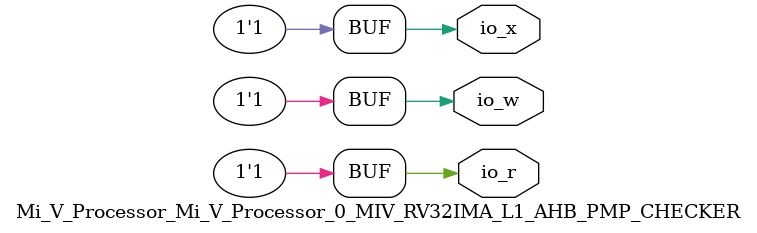
<source format=v>
`define RANDOMIZE
`timescale 1ns/10ps
module Mi_V_Processor_Mi_V_Processor_0_MIV_RV32IMA_L1_AHB_PMP_CHECKER(
  output  io_r,
  output  io_w,
  output  io_x
);
  assign io_r = 1'h1;
  assign io_w = 1'h1;
  assign io_x = 1'h1;
endmodule

</source>
